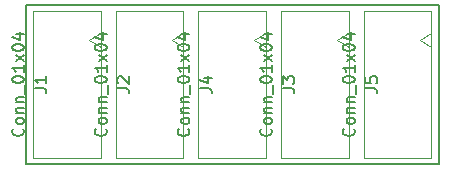
<source format=gbr>
%TF.GenerationSoftware,KiCad,Pcbnew,(5.1.9)-1*%
%TF.CreationDate,2021-06-10T11:21:26+02:00*%
%TF.ProjectId,20_Multiprise_JST_4pins,32305f4d-756c-4746-9970-726973655f4a,rev?*%
%TF.SameCoordinates,Original*%
%TF.FileFunction,Other,Fab,Top*%
%FSLAX46Y46*%
G04 Gerber Fmt 4.6, Leading zero omitted, Abs format (unit mm)*
G04 Created by KiCad (PCBNEW (5.1.9)-1) date 2021-06-10 11:21:26*
%MOMM*%
%LPD*%
G01*
G04 APERTURE LIST*
%TA.AperFunction,Profile*%
%ADD10C,0.150000*%
%TD*%
%ADD11C,0.100000*%
%ADD12C,0.150000*%
G04 APERTURE END LIST*
D10*
X145000000Y-135500000D02*
X145000000Y-122000000D01*
X180000000Y-135500000D02*
X145000000Y-135500000D01*
X180000000Y-122000000D02*
X180000000Y-135500000D01*
X145000000Y-122000000D02*
X180000000Y-122000000D01*
D11*
%TO.C,J1*%
X150350000Y-125000000D02*
X151350000Y-125625000D01*
X151350000Y-124375000D02*
X150350000Y-125000000D01*
X151350000Y-134950000D02*
X151350000Y-122550000D01*
X145600000Y-134950000D02*
X151350000Y-134950000D01*
X145600000Y-122550000D02*
X145600000Y-134950000D01*
X151350000Y-122550000D02*
X145600000Y-122550000D01*
%TO.C,J2*%
X158350000Y-122550000D02*
X152600000Y-122550000D01*
X152600000Y-122550000D02*
X152600000Y-134950000D01*
X152600000Y-134950000D02*
X158350000Y-134950000D01*
X158350000Y-134950000D02*
X158350000Y-122550000D01*
X158350000Y-124375000D02*
X157350000Y-125000000D01*
X157350000Y-125000000D02*
X158350000Y-125625000D01*
%TO.C,J3*%
X171350000Y-125000000D02*
X172350000Y-125625000D01*
X172350000Y-124375000D02*
X171350000Y-125000000D01*
X172350000Y-134950000D02*
X172350000Y-122550000D01*
X166600000Y-134950000D02*
X172350000Y-134950000D01*
X166600000Y-122550000D02*
X166600000Y-134950000D01*
X172350000Y-122550000D02*
X166600000Y-122550000D01*
%TO.C,J4*%
X165350000Y-122550000D02*
X159600000Y-122550000D01*
X159600000Y-122550000D02*
X159600000Y-134950000D01*
X159600000Y-134950000D02*
X165350000Y-134950000D01*
X165350000Y-134950000D02*
X165350000Y-122550000D01*
X165350000Y-124375000D02*
X164350000Y-125000000D01*
X164350000Y-125000000D02*
X165350000Y-125625000D01*
%TO.C,J5*%
X178350000Y-125000000D02*
X179350000Y-125625000D01*
X179350000Y-124375000D02*
X178350000Y-125000000D01*
X179350000Y-134950000D02*
X179350000Y-122550000D01*
X173600000Y-134950000D02*
X179350000Y-134950000D01*
X173600000Y-122550000D02*
X173600000Y-134950000D01*
X179350000Y-122550000D02*
X173600000Y-122550000D01*
%TD*%
%TO.C,J1*%
D12*
X144757142Y-132488095D02*
X144804761Y-132535714D01*
X144852380Y-132678571D01*
X144852380Y-132773809D01*
X144804761Y-132916666D01*
X144709523Y-133011904D01*
X144614285Y-133059523D01*
X144423809Y-133107142D01*
X144280952Y-133107142D01*
X144090476Y-133059523D01*
X143995238Y-133011904D01*
X143900000Y-132916666D01*
X143852380Y-132773809D01*
X143852380Y-132678571D01*
X143900000Y-132535714D01*
X143947619Y-132488095D01*
X144852380Y-131916666D02*
X144804761Y-132011904D01*
X144757142Y-132059523D01*
X144661904Y-132107142D01*
X144376190Y-132107142D01*
X144280952Y-132059523D01*
X144233333Y-132011904D01*
X144185714Y-131916666D01*
X144185714Y-131773809D01*
X144233333Y-131678571D01*
X144280952Y-131630952D01*
X144376190Y-131583333D01*
X144661904Y-131583333D01*
X144757142Y-131630952D01*
X144804761Y-131678571D01*
X144852380Y-131773809D01*
X144852380Y-131916666D01*
X144185714Y-131154761D02*
X144852380Y-131154761D01*
X144280952Y-131154761D02*
X144233333Y-131107142D01*
X144185714Y-131011904D01*
X144185714Y-130869047D01*
X144233333Y-130773809D01*
X144328571Y-130726190D01*
X144852380Y-130726190D01*
X144185714Y-130250000D02*
X144852380Y-130250000D01*
X144280952Y-130250000D02*
X144233333Y-130202380D01*
X144185714Y-130107142D01*
X144185714Y-129964285D01*
X144233333Y-129869047D01*
X144328571Y-129821428D01*
X144852380Y-129821428D01*
X144947619Y-129583333D02*
X144947619Y-128821428D01*
X143852380Y-128392857D02*
X143852380Y-128297619D01*
X143900000Y-128202380D01*
X143947619Y-128154761D01*
X144042857Y-128107142D01*
X144233333Y-128059523D01*
X144471428Y-128059523D01*
X144661904Y-128107142D01*
X144757142Y-128154761D01*
X144804761Y-128202380D01*
X144852380Y-128297619D01*
X144852380Y-128392857D01*
X144804761Y-128488095D01*
X144757142Y-128535714D01*
X144661904Y-128583333D01*
X144471428Y-128630952D01*
X144233333Y-128630952D01*
X144042857Y-128583333D01*
X143947619Y-128535714D01*
X143900000Y-128488095D01*
X143852380Y-128392857D01*
X144852380Y-127107142D02*
X144852380Y-127678571D01*
X144852380Y-127392857D02*
X143852380Y-127392857D01*
X143995238Y-127488095D01*
X144090476Y-127583333D01*
X144138095Y-127678571D01*
X144852380Y-126773809D02*
X144185714Y-126250000D01*
X144185714Y-126773809D02*
X144852380Y-126250000D01*
X143852380Y-125678571D02*
X143852380Y-125583333D01*
X143900000Y-125488095D01*
X143947619Y-125440476D01*
X144042857Y-125392857D01*
X144233333Y-125345238D01*
X144471428Y-125345238D01*
X144661904Y-125392857D01*
X144757142Y-125440476D01*
X144804761Y-125488095D01*
X144852380Y-125583333D01*
X144852380Y-125678571D01*
X144804761Y-125773809D01*
X144757142Y-125821428D01*
X144661904Y-125869047D01*
X144471428Y-125916666D01*
X144233333Y-125916666D01*
X144042857Y-125869047D01*
X143947619Y-125821428D01*
X143900000Y-125773809D01*
X143852380Y-125678571D01*
X144185714Y-124488095D02*
X144852380Y-124488095D01*
X143804761Y-124726190D02*
X144519047Y-124964285D01*
X144519047Y-124345238D01*
X145752380Y-129083333D02*
X146466666Y-129083333D01*
X146609523Y-129130952D01*
X146704761Y-129226190D01*
X146752380Y-129369047D01*
X146752380Y-129464285D01*
X146752380Y-128083333D02*
X146752380Y-128654761D01*
X146752380Y-128369047D02*
X145752380Y-128369047D01*
X145895238Y-128464285D01*
X145990476Y-128559523D01*
X146038095Y-128654761D01*
%TO.C,J2*%
X151757142Y-132488095D02*
X151804761Y-132535714D01*
X151852380Y-132678571D01*
X151852380Y-132773809D01*
X151804761Y-132916666D01*
X151709523Y-133011904D01*
X151614285Y-133059523D01*
X151423809Y-133107142D01*
X151280952Y-133107142D01*
X151090476Y-133059523D01*
X150995238Y-133011904D01*
X150900000Y-132916666D01*
X150852380Y-132773809D01*
X150852380Y-132678571D01*
X150900000Y-132535714D01*
X150947619Y-132488095D01*
X151852380Y-131916666D02*
X151804761Y-132011904D01*
X151757142Y-132059523D01*
X151661904Y-132107142D01*
X151376190Y-132107142D01*
X151280952Y-132059523D01*
X151233333Y-132011904D01*
X151185714Y-131916666D01*
X151185714Y-131773809D01*
X151233333Y-131678571D01*
X151280952Y-131630952D01*
X151376190Y-131583333D01*
X151661904Y-131583333D01*
X151757142Y-131630952D01*
X151804761Y-131678571D01*
X151852380Y-131773809D01*
X151852380Y-131916666D01*
X151185714Y-131154761D02*
X151852380Y-131154761D01*
X151280952Y-131154761D02*
X151233333Y-131107142D01*
X151185714Y-131011904D01*
X151185714Y-130869047D01*
X151233333Y-130773809D01*
X151328571Y-130726190D01*
X151852380Y-130726190D01*
X151185714Y-130250000D02*
X151852380Y-130250000D01*
X151280952Y-130250000D02*
X151233333Y-130202380D01*
X151185714Y-130107142D01*
X151185714Y-129964285D01*
X151233333Y-129869047D01*
X151328571Y-129821428D01*
X151852380Y-129821428D01*
X151947619Y-129583333D02*
X151947619Y-128821428D01*
X150852380Y-128392857D02*
X150852380Y-128297619D01*
X150900000Y-128202380D01*
X150947619Y-128154761D01*
X151042857Y-128107142D01*
X151233333Y-128059523D01*
X151471428Y-128059523D01*
X151661904Y-128107142D01*
X151757142Y-128154761D01*
X151804761Y-128202380D01*
X151852380Y-128297619D01*
X151852380Y-128392857D01*
X151804761Y-128488095D01*
X151757142Y-128535714D01*
X151661904Y-128583333D01*
X151471428Y-128630952D01*
X151233333Y-128630952D01*
X151042857Y-128583333D01*
X150947619Y-128535714D01*
X150900000Y-128488095D01*
X150852380Y-128392857D01*
X151852380Y-127107142D02*
X151852380Y-127678571D01*
X151852380Y-127392857D02*
X150852380Y-127392857D01*
X150995238Y-127488095D01*
X151090476Y-127583333D01*
X151138095Y-127678571D01*
X151852380Y-126773809D02*
X151185714Y-126250000D01*
X151185714Y-126773809D02*
X151852380Y-126250000D01*
X150852380Y-125678571D02*
X150852380Y-125583333D01*
X150900000Y-125488095D01*
X150947619Y-125440476D01*
X151042857Y-125392857D01*
X151233333Y-125345238D01*
X151471428Y-125345238D01*
X151661904Y-125392857D01*
X151757142Y-125440476D01*
X151804761Y-125488095D01*
X151852380Y-125583333D01*
X151852380Y-125678571D01*
X151804761Y-125773809D01*
X151757142Y-125821428D01*
X151661904Y-125869047D01*
X151471428Y-125916666D01*
X151233333Y-125916666D01*
X151042857Y-125869047D01*
X150947619Y-125821428D01*
X150900000Y-125773809D01*
X150852380Y-125678571D01*
X151185714Y-124488095D02*
X151852380Y-124488095D01*
X150804761Y-124726190D02*
X151519047Y-124964285D01*
X151519047Y-124345238D01*
X152752380Y-129083333D02*
X153466666Y-129083333D01*
X153609523Y-129130952D01*
X153704761Y-129226190D01*
X153752380Y-129369047D01*
X153752380Y-129464285D01*
X152847619Y-128654761D02*
X152800000Y-128607142D01*
X152752380Y-128511904D01*
X152752380Y-128273809D01*
X152800000Y-128178571D01*
X152847619Y-128130952D01*
X152942857Y-128083333D01*
X153038095Y-128083333D01*
X153180952Y-128130952D01*
X153752380Y-128702380D01*
X153752380Y-128083333D01*
%TO.C,J3*%
X165757142Y-132488095D02*
X165804761Y-132535714D01*
X165852380Y-132678571D01*
X165852380Y-132773809D01*
X165804761Y-132916666D01*
X165709523Y-133011904D01*
X165614285Y-133059523D01*
X165423809Y-133107142D01*
X165280952Y-133107142D01*
X165090476Y-133059523D01*
X164995238Y-133011904D01*
X164900000Y-132916666D01*
X164852380Y-132773809D01*
X164852380Y-132678571D01*
X164900000Y-132535714D01*
X164947619Y-132488095D01*
X165852380Y-131916666D02*
X165804761Y-132011904D01*
X165757142Y-132059523D01*
X165661904Y-132107142D01*
X165376190Y-132107142D01*
X165280952Y-132059523D01*
X165233333Y-132011904D01*
X165185714Y-131916666D01*
X165185714Y-131773809D01*
X165233333Y-131678571D01*
X165280952Y-131630952D01*
X165376190Y-131583333D01*
X165661904Y-131583333D01*
X165757142Y-131630952D01*
X165804761Y-131678571D01*
X165852380Y-131773809D01*
X165852380Y-131916666D01*
X165185714Y-131154761D02*
X165852380Y-131154761D01*
X165280952Y-131154761D02*
X165233333Y-131107142D01*
X165185714Y-131011904D01*
X165185714Y-130869047D01*
X165233333Y-130773809D01*
X165328571Y-130726190D01*
X165852380Y-130726190D01*
X165185714Y-130250000D02*
X165852380Y-130250000D01*
X165280952Y-130250000D02*
X165233333Y-130202380D01*
X165185714Y-130107142D01*
X165185714Y-129964285D01*
X165233333Y-129869047D01*
X165328571Y-129821428D01*
X165852380Y-129821428D01*
X165947619Y-129583333D02*
X165947619Y-128821428D01*
X164852380Y-128392857D02*
X164852380Y-128297619D01*
X164900000Y-128202380D01*
X164947619Y-128154761D01*
X165042857Y-128107142D01*
X165233333Y-128059523D01*
X165471428Y-128059523D01*
X165661904Y-128107142D01*
X165757142Y-128154761D01*
X165804761Y-128202380D01*
X165852380Y-128297619D01*
X165852380Y-128392857D01*
X165804761Y-128488095D01*
X165757142Y-128535714D01*
X165661904Y-128583333D01*
X165471428Y-128630952D01*
X165233333Y-128630952D01*
X165042857Y-128583333D01*
X164947619Y-128535714D01*
X164900000Y-128488095D01*
X164852380Y-128392857D01*
X165852380Y-127107142D02*
X165852380Y-127678571D01*
X165852380Y-127392857D02*
X164852380Y-127392857D01*
X164995238Y-127488095D01*
X165090476Y-127583333D01*
X165138095Y-127678571D01*
X165852380Y-126773809D02*
X165185714Y-126250000D01*
X165185714Y-126773809D02*
X165852380Y-126250000D01*
X164852380Y-125678571D02*
X164852380Y-125583333D01*
X164900000Y-125488095D01*
X164947619Y-125440476D01*
X165042857Y-125392857D01*
X165233333Y-125345238D01*
X165471428Y-125345238D01*
X165661904Y-125392857D01*
X165757142Y-125440476D01*
X165804761Y-125488095D01*
X165852380Y-125583333D01*
X165852380Y-125678571D01*
X165804761Y-125773809D01*
X165757142Y-125821428D01*
X165661904Y-125869047D01*
X165471428Y-125916666D01*
X165233333Y-125916666D01*
X165042857Y-125869047D01*
X164947619Y-125821428D01*
X164900000Y-125773809D01*
X164852380Y-125678571D01*
X165185714Y-124488095D02*
X165852380Y-124488095D01*
X164804761Y-124726190D02*
X165519047Y-124964285D01*
X165519047Y-124345238D01*
X166752380Y-129083333D02*
X167466666Y-129083333D01*
X167609523Y-129130952D01*
X167704761Y-129226190D01*
X167752380Y-129369047D01*
X167752380Y-129464285D01*
X166752380Y-128702380D02*
X166752380Y-128083333D01*
X167133333Y-128416666D01*
X167133333Y-128273809D01*
X167180952Y-128178571D01*
X167228571Y-128130952D01*
X167323809Y-128083333D01*
X167561904Y-128083333D01*
X167657142Y-128130952D01*
X167704761Y-128178571D01*
X167752380Y-128273809D01*
X167752380Y-128559523D01*
X167704761Y-128654761D01*
X167657142Y-128702380D01*
%TO.C,J4*%
X158757142Y-132488095D02*
X158804761Y-132535714D01*
X158852380Y-132678571D01*
X158852380Y-132773809D01*
X158804761Y-132916666D01*
X158709523Y-133011904D01*
X158614285Y-133059523D01*
X158423809Y-133107142D01*
X158280952Y-133107142D01*
X158090476Y-133059523D01*
X157995238Y-133011904D01*
X157900000Y-132916666D01*
X157852380Y-132773809D01*
X157852380Y-132678571D01*
X157900000Y-132535714D01*
X157947619Y-132488095D01*
X158852380Y-131916666D02*
X158804761Y-132011904D01*
X158757142Y-132059523D01*
X158661904Y-132107142D01*
X158376190Y-132107142D01*
X158280952Y-132059523D01*
X158233333Y-132011904D01*
X158185714Y-131916666D01*
X158185714Y-131773809D01*
X158233333Y-131678571D01*
X158280952Y-131630952D01*
X158376190Y-131583333D01*
X158661904Y-131583333D01*
X158757142Y-131630952D01*
X158804761Y-131678571D01*
X158852380Y-131773809D01*
X158852380Y-131916666D01*
X158185714Y-131154761D02*
X158852380Y-131154761D01*
X158280952Y-131154761D02*
X158233333Y-131107142D01*
X158185714Y-131011904D01*
X158185714Y-130869047D01*
X158233333Y-130773809D01*
X158328571Y-130726190D01*
X158852380Y-130726190D01*
X158185714Y-130250000D02*
X158852380Y-130250000D01*
X158280952Y-130250000D02*
X158233333Y-130202380D01*
X158185714Y-130107142D01*
X158185714Y-129964285D01*
X158233333Y-129869047D01*
X158328571Y-129821428D01*
X158852380Y-129821428D01*
X158947619Y-129583333D02*
X158947619Y-128821428D01*
X157852380Y-128392857D02*
X157852380Y-128297619D01*
X157900000Y-128202380D01*
X157947619Y-128154761D01*
X158042857Y-128107142D01*
X158233333Y-128059523D01*
X158471428Y-128059523D01*
X158661904Y-128107142D01*
X158757142Y-128154761D01*
X158804761Y-128202380D01*
X158852380Y-128297619D01*
X158852380Y-128392857D01*
X158804761Y-128488095D01*
X158757142Y-128535714D01*
X158661904Y-128583333D01*
X158471428Y-128630952D01*
X158233333Y-128630952D01*
X158042857Y-128583333D01*
X157947619Y-128535714D01*
X157900000Y-128488095D01*
X157852380Y-128392857D01*
X158852380Y-127107142D02*
X158852380Y-127678571D01*
X158852380Y-127392857D02*
X157852380Y-127392857D01*
X157995238Y-127488095D01*
X158090476Y-127583333D01*
X158138095Y-127678571D01*
X158852380Y-126773809D02*
X158185714Y-126250000D01*
X158185714Y-126773809D02*
X158852380Y-126250000D01*
X157852380Y-125678571D02*
X157852380Y-125583333D01*
X157900000Y-125488095D01*
X157947619Y-125440476D01*
X158042857Y-125392857D01*
X158233333Y-125345238D01*
X158471428Y-125345238D01*
X158661904Y-125392857D01*
X158757142Y-125440476D01*
X158804761Y-125488095D01*
X158852380Y-125583333D01*
X158852380Y-125678571D01*
X158804761Y-125773809D01*
X158757142Y-125821428D01*
X158661904Y-125869047D01*
X158471428Y-125916666D01*
X158233333Y-125916666D01*
X158042857Y-125869047D01*
X157947619Y-125821428D01*
X157900000Y-125773809D01*
X157852380Y-125678571D01*
X158185714Y-124488095D02*
X158852380Y-124488095D01*
X157804761Y-124726190D02*
X158519047Y-124964285D01*
X158519047Y-124345238D01*
X159752380Y-129083333D02*
X160466666Y-129083333D01*
X160609523Y-129130952D01*
X160704761Y-129226190D01*
X160752380Y-129369047D01*
X160752380Y-129464285D01*
X160085714Y-128178571D02*
X160752380Y-128178571D01*
X159704761Y-128416666D02*
X160419047Y-128654761D01*
X160419047Y-128035714D01*
%TO.C,J5*%
X172757142Y-132488095D02*
X172804761Y-132535714D01*
X172852380Y-132678571D01*
X172852380Y-132773809D01*
X172804761Y-132916666D01*
X172709523Y-133011904D01*
X172614285Y-133059523D01*
X172423809Y-133107142D01*
X172280952Y-133107142D01*
X172090476Y-133059523D01*
X171995238Y-133011904D01*
X171900000Y-132916666D01*
X171852380Y-132773809D01*
X171852380Y-132678571D01*
X171900000Y-132535714D01*
X171947619Y-132488095D01*
X172852380Y-131916666D02*
X172804761Y-132011904D01*
X172757142Y-132059523D01*
X172661904Y-132107142D01*
X172376190Y-132107142D01*
X172280952Y-132059523D01*
X172233333Y-132011904D01*
X172185714Y-131916666D01*
X172185714Y-131773809D01*
X172233333Y-131678571D01*
X172280952Y-131630952D01*
X172376190Y-131583333D01*
X172661904Y-131583333D01*
X172757142Y-131630952D01*
X172804761Y-131678571D01*
X172852380Y-131773809D01*
X172852380Y-131916666D01*
X172185714Y-131154761D02*
X172852380Y-131154761D01*
X172280952Y-131154761D02*
X172233333Y-131107142D01*
X172185714Y-131011904D01*
X172185714Y-130869047D01*
X172233333Y-130773809D01*
X172328571Y-130726190D01*
X172852380Y-130726190D01*
X172185714Y-130250000D02*
X172852380Y-130250000D01*
X172280952Y-130250000D02*
X172233333Y-130202380D01*
X172185714Y-130107142D01*
X172185714Y-129964285D01*
X172233333Y-129869047D01*
X172328571Y-129821428D01*
X172852380Y-129821428D01*
X172947619Y-129583333D02*
X172947619Y-128821428D01*
X171852380Y-128392857D02*
X171852380Y-128297619D01*
X171900000Y-128202380D01*
X171947619Y-128154761D01*
X172042857Y-128107142D01*
X172233333Y-128059523D01*
X172471428Y-128059523D01*
X172661904Y-128107142D01*
X172757142Y-128154761D01*
X172804761Y-128202380D01*
X172852380Y-128297619D01*
X172852380Y-128392857D01*
X172804761Y-128488095D01*
X172757142Y-128535714D01*
X172661904Y-128583333D01*
X172471428Y-128630952D01*
X172233333Y-128630952D01*
X172042857Y-128583333D01*
X171947619Y-128535714D01*
X171900000Y-128488095D01*
X171852380Y-128392857D01*
X172852380Y-127107142D02*
X172852380Y-127678571D01*
X172852380Y-127392857D02*
X171852380Y-127392857D01*
X171995238Y-127488095D01*
X172090476Y-127583333D01*
X172138095Y-127678571D01*
X172852380Y-126773809D02*
X172185714Y-126250000D01*
X172185714Y-126773809D02*
X172852380Y-126250000D01*
X171852380Y-125678571D02*
X171852380Y-125583333D01*
X171900000Y-125488095D01*
X171947619Y-125440476D01*
X172042857Y-125392857D01*
X172233333Y-125345238D01*
X172471428Y-125345238D01*
X172661904Y-125392857D01*
X172757142Y-125440476D01*
X172804761Y-125488095D01*
X172852380Y-125583333D01*
X172852380Y-125678571D01*
X172804761Y-125773809D01*
X172757142Y-125821428D01*
X172661904Y-125869047D01*
X172471428Y-125916666D01*
X172233333Y-125916666D01*
X172042857Y-125869047D01*
X171947619Y-125821428D01*
X171900000Y-125773809D01*
X171852380Y-125678571D01*
X172185714Y-124488095D02*
X172852380Y-124488095D01*
X171804761Y-124726190D02*
X172519047Y-124964285D01*
X172519047Y-124345238D01*
X173752380Y-129083333D02*
X174466666Y-129083333D01*
X174609523Y-129130952D01*
X174704761Y-129226190D01*
X174752380Y-129369047D01*
X174752380Y-129464285D01*
X173752380Y-128130952D02*
X173752380Y-128607142D01*
X174228571Y-128654761D01*
X174180952Y-128607142D01*
X174133333Y-128511904D01*
X174133333Y-128273809D01*
X174180952Y-128178571D01*
X174228571Y-128130952D01*
X174323809Y-128083333D01*
X174561904Y-128083333D01*
X174657142Y-128130952D01*
X174704761Y-128178571D01*
X174752380Y-128273809D01*
X174752380Y-128511904D01*
X174704761Y-128607142D01*
X174657142Y-128654761D01*
%TD*%
M02*

</source>
